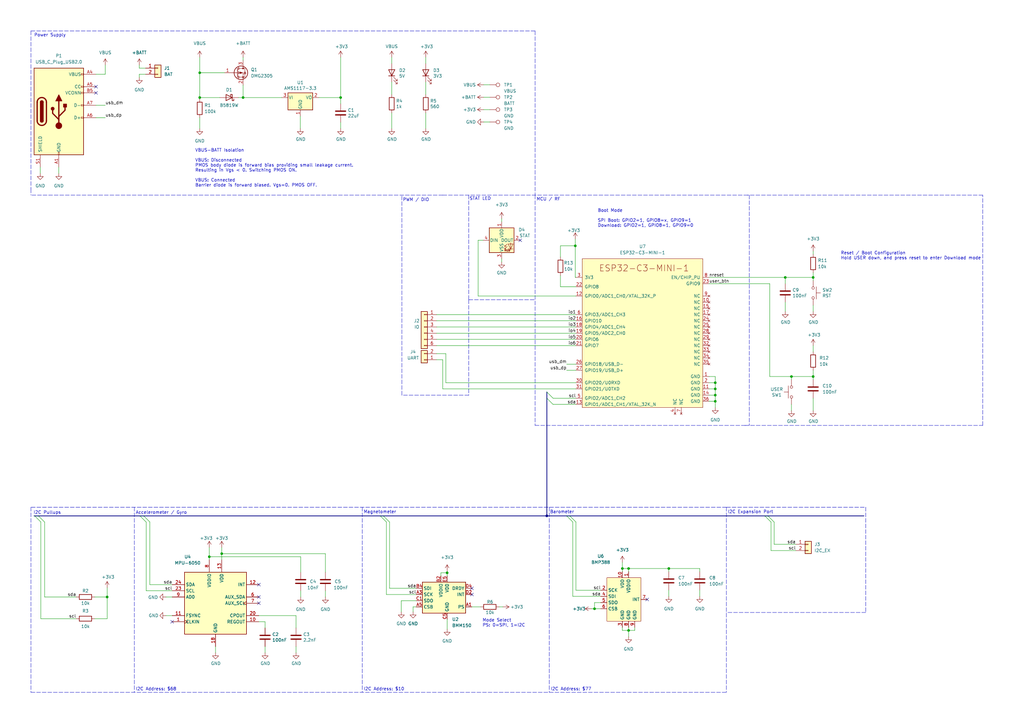
<source format=kicad_sch>
(kicad_sch (version 20211123) (generator eeschema)
  (paper "A3")
  (title_block (title "icarus") (date "2021-10-01") (rev "D") (comment 1 "Icarus Flight Controller") (comment 2 "Author: Natesh Narain"))
  (lib_symbols
    (symbol "Connector:TestPoint" (pin_numbers hide) (pin_names (offset 0.762) hide)
      (property "Reference" "TP" (at 0 6.858 0))
      (property "Value" "TestPoint" (at 0 5.08 0))
      (symbol "TestPoint_1_1"
        (pin passive line (at 0 0 90) (length 2.54) (name "1") (number "1"))
      )
    )
    (symbol "Connector:USB_C_Plug_USB2.0" (pin_names (offset 1.016))
      (property "Reference" "P" (at -10.16 19.05 0))
      (property "Value" "USB_C_Plug_USB2.0" (at 12.7 19.05 0))
      (symbol "USB_C_Plug_USB2.0_1_1"
        (pin passive line (at 0 -22.86 90) (length 5.08) (name "GND") (number "A1"))
        (pin passive line (at 0 -22.86 90) (length 5.08) hide (name "GND") (number "A12"))
        (pin passive line (at 15.24 15.24 180) (length 5.08) (name "VBUS") (number "A4"))
        (pin bidirectional line (at 15.24 10.16 180) (length 5.08) (name "CC") (number "A5"))
        (pin bidirectional line (at 15.24 -2.54 180) (length 5.08) (name "D+") (number "A6"))
        (pin bidirectional line (at 15.24 2.54 180) (length 5.08) (name "D-") (number "A7"))
        (pin passive line (at 15.24 15.24 180) (length 5.08) hide (name "VBUS") (number "A9"))
        (pin passive line (at 0 -22.86 90) (length 5.08) hide (name "GND") (number "B1"))
        (pin passive line (at 0 -22.86 90) (length 5.08) hide (name "GND") (number "B12"))
        (pin passive line (at 15.24 15.24 180) (length 5.08) hide (name "VBUS") (number "B4"))
        (pin bidirectional line (at 15.24 7.62 180) (length 5.08) (name "VCONN") (number "B5"))
        (pin passive line (at 15.24 15.24 180) (length 5.08) hide (name "VBUS") (number "B9"))
        (pin passive line (at -7.62 -22.86 90) (length 5.08) (name "SHIELD") (number "S1"))
      )
    )
    (symbol "Connector_Generic:Conn_01x02" (pin_names (offset 1.016) hide)
      (property "Reference" "J" (at 0 2.54 0))
      (property "Value" "Conn_01x02" (at 0 -5.08 0))
      (symbol "Conn_01x02_1_1"
        (pin passive line (at -5.08 0 0) (length 3.81) (name "Pin_1") (number "1"))
        (pin passive line (at -5.08 -2.54 0) (length 3.81) (name "Pin_2") (number "2"))
      )
    )
    (symbol "Connector_Generic:Conn_01x06" (pin_names (offset 1.016) hide)
      (property "Reference" "J" (at 0 7.62 0))
      (property "Value" "Conn_01x06" (at 0 -10.16 0))
      (symbol "Conn_01x06_1_1"
        (pin passive line (at -5.08 5.08 0) (length 3.81) (name "Pin_1") (number "1"))
        (pin passive line (at -5.08 2.54 0) (length 3.81) (name "Pin_2") (number "2"))
        (pin passive line (at -5.08 0 0) (length 3.81) (name "Pin_3") (number "3"))
        (pin passive line (at -5.08 -2.54 0) (length 3.81) (name "Pin_4") (number "4"))
        (pin passive line (at -5.08 -5.08 0) (length 3.81) (name "Pin_5") (number "5"))
        (pin passive line (at -5.08 -7.62 0) (length 3.81) (name "Pin_6") (number "6"))
      )
    )
    (symbol "Device:C" (pin_numbers hide) (pin_names (offset 0.254))
      (property "Reference" "C" (at 0.635 2.54 0))
      (property "Value" "C" (at 0.635 -2.54 0))
      (symbol "C_1_1"
        (pin passive line (at 0 3.81 270) (length 2.794) (name "~") (number "1"))
        (pin passive line (at 0 -3.81 90) (length 2.794) (name "~") (number "2"))
      )
    )
    (symbol "Device:D_Schottky" (pin_numbers hide) (pin_names (offset 1.016) hide)
      (property "Reference" "D" (at 0 2.54 0))
      (property "Value" "D_Schottky" (at 0 -2.54 0))
      (symbol "D_Schottky_1_1"
        (pin passive line (at -3.81 0 0) (length 2.54) (name "K") (number "1"))
        (pin passive line (at 3.81 0 180) (length 2.54) (name "A") (number "2"))
      )
    )
    (symbol "Device:LED" (pin_numbers hide) (pin_names (offset 1.016) hide)
      (property "Reference" "D" (at 0 2.54 0))
      (property "Value" "LED" (at 0 -2.54 0))
      (symbol "LED_1_1"
        (pin passive line (at -3.81 0 0) (length 2.54) (name "K") (number "1"))
        (pin passive line (at 3.81 0 180) (length 2.54) (name "A") (number "2"))
      )
    )
    (symbol "Device:Q_PMOS_GSD" (pin_names (offset 0) hide)
      (property "Reference" "Q" (at 5.08 1.27 0))
      (property "Value" "Q_PMOS_GSD" (at 5.08 -1.27 0))
      (symbol "Q_PMOS_GSD_1_1"
        (pin input line (at -5.08 0 0) (length 2.54) (name "G") (number "1"))
        (pin passive line (at 2.54 -5.08 90) (length 2.54) (name "S") (number "2"))
        (pin passive line (at 2.54 5.08 270) (length 2.54) (name "D") (number "3"))
      )
    )
    (symbol "Device:R" (pin_numbers hide) (pin_names (offset 0))
      (property "Reference" "R" (at 2.032 0 90))
      (property "Value" "R" (at 0 0 90))
      (symbol "R_1_1"
        (pin passive line (at 0 3.81 270) (length 1.27) (name "~") (number "1"))
        (pin passive line (at 0 -3.81 90) (length 1.27) (name "~") (number "2"))
      )
    )
    (symbol "Espressif:ESP32-C3-MINI-1" (pin_names (offset 1.016))
      (property "Reference" "U7" (at 0.635 36.83 0))
      (property "Value" "ESP32-C3-MINI-1" (at 0.635 34.29 0))
      (symbol "ESP32-C3-MINI-1_0_0"
        (text "ESP32-C3-MINI-1" (at 1.27 27.94 0) (effects (font (size 2.54 2.54))))
      )
      (symbol "ESP32-C3-MINI-1_1_1"
        (pin power_in line (at 27.94 -16.51 180) (length 2.54) (name "GND") (number "1"))
        (pin no_connect line (at 27.94 13.97 180) (length 2.54) (name "NC") (number "10"))
        (pin power_in line (at 27.94 -21.59 180) (length 2.54) (name "GND") (number "11"))
        (pin bidirectional line (at -26.67 16.51 0) (length 2.54) (name "GPIO0/ADC1_CH0/XTAL_32K_P") (number "12"))
        (pin bidirectional line (at -26.67 -27.94 0) (length 2.54) (name "GPIO1/ADC1_CH1/XTAL_32K_N") (number "13"))
        (pin power_in line (at 27.94 -24.13 180) (length 2.54) (name "GND") (number "14"))
        (pin no_connect line (at 27.94 11.43 180) (length 2.54) (name "NC") (number "15"))
        (pin bidirectional line (at -26.67 6.35 0) (length 2.54) (name "GPIO10") (number "16"))
        (pin no_connect line (at 27.94 8.89 180) (length 2.54) (name "NC") (number "17"))
        (pin bidirectional line (at -26.67 3.81 0) (length 2.54) (name "GPIO4/ADC1_CH4") (number "18"))
        (pin bidirectional line (at -26.67 1.27 0) (length 2.54) (name "GPIO5/ADC2_CH0") (number "19"))
        (pin power_in line (at 27.94 -19.05 180) (length 2.54) (name "GND") (number "2"))
        (pin bidirectional line (at -26.67 -1.27 0) (length 2.54) (name "GPIO6") (number "20"))
        (pin bidirectional line (at -26.67 -3.81 0) (length 2.54) (name "GPIO7") (number "21"))
        (pin bidirectional line (at -26.67 20.32 0) (length 2.54) (name "GPIO8") (number "22"))
        (pin bidirectional line (at 27.94 21.59 180) (length 2.54) (name "GPIO9") (number "23"))
        (pin no_connect line (at 27.94 6.35 180) (length 2.54) (name "NC") (number "24"))
        (pin no_connect line (at 27.94 3.81 180) (length 2.54) (name "NC") (number "25"))
        (pin bidirectional line (at -26.67 -11.43 0) (length 2.54) (name "GPIO18/USB_D-") (number "26"))
        (pin bidirectional line (at -26.67 -13.97 0) (length 2.54) (name "GPIO19/USB_D+") (number "27"))
        (pin no_connect line (at 27.94 1.27 180) (length 2.54) (name "NC") (number "28"))
        (pin no_connect line (at 27.94 -1.27 180) (length 2.54) (name "NC") (number "29"))
        (pin power_in line (at -26.67 24.13 0) (length 2.54) (name "3V3") (number "3"))
        (pin bidirectional line (at -26.67 -19.05 0) (length 2.54) (name "GPIO20/U0RXD") (number "30"))
        (pin bidirectional line (at -26.67 -21.59 0) (length 2.54) (name "GPIO21/U0TXD") (number "31"))
        (pin no_connect line (at 27.94 -3.81 180) (length 2.54) (name "NC") (number "32"))
        (pin no_connect line (at 27.94 -6.35 180) (length 2.54) (name "NC") (number "33"))
        (pin no_connect line (at 27.94 -8.89 180) (length 2.54) (name "NC") (number "34"))
        (pin no_connect line (at 27.94 -11.43 180) (length 2.54) (name "NC") (number "35"))
        (pin power_in line (at 27.94 -26.67 180) (length 2.54) (name "GND") (number "36"))
        (pin no_connect line (at 13.97 -31.75 90) (length 2.54) (name "NC") (number "4"))
        (pin bidirectional line (at -26.67 -25.4 0) (length 2.54) (name "GPIO2/ADC1_CH2") (number "5"))
        (pin bidirectional line (at -26.67 8.89 0) (length 2.54) (name "GPIO3/ADC1_CH3") (number "6"))
        (pin no_connect line (at 16.51 -31.75 90) (length 2.54) (name "NC") (number "7"))
        (pin input line (at 27.94 24.13 180) (length 2.54) (name "EN/CHIP_PU") (number "8"))
        (pin no_connect line (at 27.94 16.51 180) (length 2.54) (name "NC") (number "9"))
      )
    )
    (symbol "LED:WS2812B" (pin_names (offset 0.254))
      (property "Reference" "D" (at 5.08 5.715 0))
      (property "Value" "WS2812B" (at 1.27 -5.715 0))
      (symbol "WS2812B_0_0"
        (text "RGB" (at 2.286 -4.191 0) (effects (font (size 0.762 0.762))))
      )
      (symbol "WS2812B_1_1"
        (pin power_in line (at 0 7.62 270) (length 2.54) (name "VDD") (number "1"))
        (pin output line (at 7.62 0 180) (length 2.54) (name "DOUT") (number "2"))
        (pin power_in line (at 0 -7.62 90) (length 2.54) (name "VSS") (number "3"))
        (pin input line (at -7.62 0 0) (length 2.54) (name "DIN") (number "4"))
      )
    )
    (symbol "Regulator_Linear:AMS1117-3.3" (pin_names (offset 0.254))
      (property "Reference" "U" (at -3.81 3.175 0))
      (property "Value" "AMS1117-3.3" (at 0 3.175 0))
      (symbol "AMS1117-3.3_1_1"
        (pin power_in line (at 0 -7.62 90) (length 2.54) (name "GND") (number "1"))
        (pin power_out line (at 7.62 0 180) (length 2.54) (name "VO") (number "2"))
        (pin power_in line (at -7.62 0 0) (length 2.54) (name "VI") (number "3"))
      )
    )
    (symbol "Sensor_Magnetic:BMM150"
      (property "Reference" "U?" (at 2.0194 -10.16 0))
      (property "Value" "BMM150" (at 2.0194 -12.7 0))
      (symbol "BMM150_1_1"
        (pin input line (at 10.16 -5.08 180) (length 2.54) (name "PS") (number "A1"))
        (pin bidirectional line (at -12.7 0 0) (length 2.54) (name "SCK") (number "A3"))
        (pin input line (at -12.7 -5.08 0) (length 2.54) (name "CSB") (number "A5"))
        (pin power_in line (at -2.54 7.62 270) (length 2.54) (name "VDDIO") (number "B2"))
        (pin bidirectional line (at -12.7 2.54 0) (length 2.54) (name "SDI") (number "B4"))
        (pin bidirectional line (at -12.7 -2.54 0) (length 2.54) (name "SDO") (number "C1"))
        (pin power_in line (at 0 -10.16 90) (length 2.54) (name "GND") (number "C5"))
        (pin output line (at 10.16 0 180) (length 2.54) (name "INT") (number "D2"))
        (pin output line (at 10.16 2.54 180) (length 2.54) (name "DRDY") (number "D4"))
        (pin passive line (at 0 -10.16 90) (length 2.54) hide (name "GND") (number "E1"))
        (pin passive line (at 0 -10.16 90) (length 2.54) hide (name "GND") (number "E3"))
        (pin power_in line (at 0 7.62 270) (length 2.54) (name "VDD") (number "E5"))
      )
    )
    (symbol "Sensor_Motion:MPU-6050"
      (property "Reference" "U" (at -11.43 13.97 0))
      (property "Value" "MPU-6050" (at 7.62 -13.97 0))
      (symbol "MPU-6050_1_1"
        (pin input clock (at -17.78 -7.62 0) (length 5.08) (name "CLKIN") (number "1"))
        (pin passive line (at 17.78 -7.62 180) (length 5.08) (name "REGOUT") (number "10"))
        (pin input line (at -17.78 -5.08 0) (length 5.08) (name "FSYNC") (number "11"))
        (pin output line (at 17.78 7.62 180) (length 5.08) (name "INT") (number "12"))
        (pin power_in line (at 2.54 17.78 270) (length 5.08) (name "VDD") (number "13"))
        (pin power_in line (at 0 -17.78 90) (length 5.08) (name "GND") (number "18"))
        (pin passive line (at 17.78 -5.08 180) (length 5.08) (name "CPOUT") (number "20"))
        (pin input line (at -17.78 5.08 0) (length 5.08) (name "SCL") (number "23"))
        (pin bidirectional line (at -17.78 7.62 0) (length 5.08) (name "SDA") (number "24"))
        (pin bidirectional line (at 17.78 2.54 180) (length 5.08) (name "AUX_SDA") (number "6"))
        (pin output clock (at 17.78 0 180) (length 5.08) (name "AUX_SCL") (number "7"))
        (pin power_in line (at -2.54 17.78 270) (length 5.08) (name "VDDIO") (number "8"))
        (pin input line (at -17.78 2.54 0) (length 5.08) (name "AD0") (number "9"))
      )
    )
    (symbol "Switch:SW_Push" (pin_numbers hide) (pin_names (offset 1.016) hide)
      (property "Reference" "SW" (at 1.27 2.54 0))
      (property "Value" "SW_Push" (at 0 -1.524 0))
      (symbol "SW_Push_0_1"
        (pin passive line (at -5.08 0 0) (length 2.54) (name "1") (number "1"))
        (pin passive line (at 5.08 0 180) (length 2.54) (name "2") (number "2"))
      )
    )
    (symbol "power:+3V3" (power) (pin_names (offset 0))
      (property "Value" "+3V3" (at 0 3.556 0))
      (symbol "+3V3_1_1"
        (pin power_in line (at 0 0 90) (length 0) hide (name "+3V3") (number "1"))
      )
    )
    (symbol "power:+BATT" (power) (pin_names (offset 0))
      (property "Value" "+BATT" (at 0 3.556 0))
      (symbol "+BATT_1_1"
        (pin power_in line (at 0 0 90) (length 0) hide (name "+BATT") (number "1"))
      )
    )
    (symbol "power:GND" (power) (pin_names (offset 0))
      (property "Value" "GND" (at 0 -3.81 0))
      (symbol "GND_1_1"
        (pin power_in line (at 0 0 270) (length 0) hide (name "GND") (number "1"))
      )
    )
    (symbol "power:VBUS" (power) (pin_names (offset 0))
      (property "Value" "VBUS" (at 0 3.81 0))
      (symbol "VBUS_1_1"
        (pin power_in line (at 0 0 90) (length 0) hide (name "VBUS") (number "1"))
      )
    )
    (symbol "sensors:BMP388"
      (property "Reference" "U" (at 6.35 3.81 0))
      (property "Value" "BMP388" (at 6.35 1.27 0))
      (symbol "BMP388_1_1"
        (pin power_in line (at 1.27 0 270) (length 2.54) (name "VDDIO") (number "1"))
        (pin power_in line (at -1.27 0 270) (length 2.54) (name "VDD") (number "10"))
        (pin input line (at -10.16 -7.62 0) (length 2.54) (name "SCK") (number "2"))
        (pin power_in line (at -1.27 -22.86 90) (length 2.54) (name "GND") (number "3"))
        (pin bidirectional line (at -10.16 -10.16 0) (length 2.54) (name "SDI") (number "4"))
        (pin input line (at -10.16 -12.7 0) (length 2.54) (name "SDO") (number "5"))
        (pin input line (at -10.16 -15.24 0) (length 2.54) (name "CSB") (number "6"))
        (pin output line (at 8.89 -11.43 180) (length 2.54) (name "INT") (number "7"))
        (pin power_in line (at 1.27 -22.86 90) (length 2.54) (name "GND") (number "8"))
        (pin power_in line (at 3.81 -22.86 90) (length 2.54) (name "GND") (number "9"))
      )
    )
  )
  (junction (at 293.37 159.512))
  (junction (at 224.282 211.582))
  (junction (at 255.27 233.172))
  (junction (at 293.37 164.592))
  (junction (at 43.942 244.856))
  (junction (at 81.915 40.005))
  (junction (at 81.915 29.845))
  (junction (at 139.7 40.005))
  (junction (at 322.072 113.792))
  (junction (at 293.37 156.972))
  (junction (at 257.81 258.572))
  (junction (at 85.852 228.346))
  (junction (at 243.84 249.682))
  (junction (at 293.37 162.052))
  (junction (at 90.932 227.076))
  (junction (at 333.502 154.432))
  (junction (at 235.966 100.838))
  (junction (at 274.32 233.172))
  (junction (at 257.81 233.172))
  (junction (at 324.612 154.432))
  (junction (at 183.388 234.95))
  (junction (at 99.695 40.005))
  (junction (at 333.502 113.792))
  (no_connect (at 193.548 241.3))
  (no_connect (at 70.612 255.016))
  (no_connect (at 106.172 239.776))
  (no_connect (at 106.172 244.856))
  (no_connect (at 265.43 245.872))
  (no_connect (at 213.36 98.552))
  (no_connect (at 39.37 35.56))
  (no_connect (at 39.37 38.1))
  (no_connect (at 106.172 247.396))
  (no_connect (at 193.548 243.84))
  (bus_entry (at 14.224 211.582) (size 2.54 2.54))
  (bus_entry (at 15.748 211.582) (size 2.54 2.54))
  (bus_entry (at 314.96 211.582) (size 2.54 2.54))
  (bus_entry (at 313.69 211.582) (size 2.54 2.54))
  (bus_entry (at 224.282 163.322) (size 2.54 2.54))
  (bus_entry (at 224.282 160.782) (size 2.54 2.54))
  (bus_entry (at 232.41 211.582) (size 2.54 2.54))
  (bus_entry (at 233.68 211.582) (size 2.54 2.54))
  (bus_entry (at 58.928 211.582) (size 2.54 2.54))
  (bus_entry (at 57.404 211.582) (size 2.54 2.54))
  (bus_entry (at 157.226 211.582) (size 2.54 2.54))
  (bus_entry (at 155.956 211.582) (size 2.54 2.54))
  (wire (pts (xy 170.688 248.92) (xy 169.418 248.92)))
  (wire (pts (xy 85.852 224.536) (xy 85.852 228.346)))
  (wire (pts (xy 198.374 39.878) (xy 200.914 39.878)))
  (wire (pts (xy 158.496 243.84) (xy 158.496 214.122)))
  (wire (pts (xy 326.39 225.806) (xy 316.23 225.806)))
  (polyline (pts (xy 403.098 174.498) (xy 403.098 80.01)))
  (polyline (pts (xy 297.942 208.026) (xy 355.092 208.026)))
  (polyline (pts (xy 297.942 208.026) (xy 12.7 208.026)))
  (wire (pts (xy 198.374 44.958) (xy 200.914 44.958)))
  (wire (pts (xy 85.852 228.346) (xy 85.852 229.616)))
  (wire (pts (xy 106.172 255.016) (xy 108.712 255.016)))
  (wire (pts (xy 169.418 248.92) (xy 169.418 250.952)))
  (wire (pts (xy 183.388 234.188) (xy 183.388 234.95)))
  (polyline (pts (xy 297.942 208.026) (xy 297.942 283.972)))
  (wire (pts (xy 229.87 113.03) (xy 229.87 117.602)))
  (polyline (pts (xy 219.456 12.7) (xy 219.456 80.01)))
  (wire (pts (xy 255.27 233.172) (xy 255.27 234.442)))
  (wire (pts (xy 287.02 242.062) (xy 287.02 244.602)))
  (polyline (pts (xy 12.7 12.7) (xy 181.61 12.7)))
  (wire (pts (xy 18.288 244.856) (xy 18.288 214.122)))
  (wire (pts (xy 179.07 139.192) (xy 236.22 139.192)))
  (polyline (pts (xy 148.59 208.026) (xy 148.59 283.972)))
  (wire (pts (xy 243.84 247.142) (xy 246.38 247.142)))
  (wire (pts (xy 236.22 121.412) (xy 196.088 121.412)))
  (wire (pts (xy 130.81 40.005) (xy 139.7 40.005)))
  (wire (pts (xy 174.625 26.035) (xy 174.625 23.495)))
  (wire (pts (xy 287.02 233.172) (xy 274.32 233.172)))
  (wire (pts (xy 81.915 40.005) (xy 81.915 40.64)))
  (wire (pts (xy 180.848 236.22) (xy 180.848 234.95)))
  (wire (pts (xy 243.84 247.142) (xy 243.84 249.682)))
  (wire (pts (xy 324.612 155.702) (xy 324.612 154.432)))
  (polyline (pts (xy 307.34 80.01) (xy 307.34 174.498)))
  (wire (pts (xy 333.502 125.222) (xy 333.502 127.762)))
  (polyline (pts (xy 219.456 80.01) (xy 219.456 174.498)))
  (wire (pts (xy 324.612 165.862) (xy 324.612 168.402)))
  (wire (pts (xy 236.22 242.062) (xy 246.38 242.062)))
  (wire (pts (xy 174.625 46.355) (xy 174.625 52.705)))
  (polyline (pts (xy 181.61 80.01) (xy 12.7 80.01)))
  (polyline (pts (xy 355.092 251.206) (xy 297.942 251.206)))
  (wire (pts (xy 70.612 239.776) (xy 61.468 239.776)))
  (wire (pts (xy 326.39 223.266) (xy 317.5 223.266)))
  (wire (pts (xy 39.37 48.26) (xy 43.18 48.26)))
  (wire (pts (xy 234.95 214.122) (xy 234.95 244.602)))
  (bus (pts (xy 224.282 163.322) (xy 224.282 211.582)))
  (wire (pts (xy 333.502 113.792) (xy 333.502 115.062)))
  (wire (pts (xy 81.915 23.495) (xy 81.915 29.845)))
  (bus (pts (xy 155.956 211.582) (xy 157.226 211.582)))
  (wire (pts (xy 290.83 113.792) (xy 322.072 113.792)))
  (wire (pts (xy 70.612 244.856) (xy 68.072 244.856)))
  (wire (pts (xy 180.848 234.95) (xy 183.388 234.95)))
  (wire (pts (xy 139.7 50.165) (xy 139.7 52.705)))
  (wire (pts (xy 333.502 141.732) (xy 333.502 144.272)))
  (wire (pts (xy 181.61 159.512) (xy 236.22 159.512)))
  (wire (pts (xy 198.374 34.798) (xy 200.914 34.798)))
  (polyline (pts (xy 307.848 174.498) (xy 403.098 174.498)))
  (polyline (pts (xy 192.278 122.936) (xy 192.278 162.052)))
  (wire (pts (xy 39.37 30.48) (xy 43.18 30.48)))
  (wire (pts (xy 315.722 154.432) (xy 324.612 154.432)))
  (wire (pts (xy 24.13 68.58) (xy 24.13 71.12)))
  (wire (pts (xy 243.84 249.682) (xy 246.38 249.682)))
  (wire (pts (xy 159.766 241.3) (xy 159.766 214.122)))
  (wire (pts (xy 257.81 258.572) (xy 257.81 261.112)))
  (polyline (pts (xy 181.61 80.01) (xy 273.05 80.01)))
  (wire (pts (xy 205.74 89.662) (xy 205.74 90.932)))
  (wire (pts (xy 61.468 239.776) (xy 61.468 214.122)))
  (wire (pts (xy 183.388 254) (xy 183.388 258.064)))
  (wire (pts (xy 99.695 34.925) (xy 99.695 40.005)))
  (wire (pts (xy 170.688 241.3) (xy 159.766 241.3)))
  (wire (pts (xy 274.32 234.442) (xy 274.32 233.172)))
  (wire (pts (xy 179.07 147.574) (xy 181.61 147.574)))
  (wire (pts (xy 290.83 154.432) (xy 293.37 154.432)))
  (wire (pts (xy 274.32 242.062) (xy 274.32 244.602)))
  (bus (pts (xy 15.748 211.582) (xy 57.404 211.582)))
  (wire (pts (xy 293.37 154.432) (xy 293.37 156.972)))
  (wire (pts (xy 133.477 227.076) (xy 90.932 227.076)))
  (wire (pts (xy 16.764 253.746) (xy 31.242 253.746)))
  (wire (pts (xy 236.22 113.792) (xy 235.966 113.792)))
  (wire (pts (xy 290.83 116.332) (xy 315.722 116.332)))
  (wire (pts (xy 293.37 164.592) (xy 293.37 167.132)))
  (wire (pts (xy 164.592 246.38) (xy 164.592 250.952)))
  (wire (pts (xy 198.374 50.038) (xy 200.914 50.038)))
  (polyline (pts (xy 306.705 80.01) (xy 273.05 80.01)))
  (wire (pts (xy 204.724 248.92) (xy 206.248 248.92)))
  (wire (pts (xy 236.22 214.122) (xy 236.22 242.062)))
  (wire (pts (xy 274.32 233.172) (xy 257.81 233.172)))
  (wire (pts (xy 57.15 30.48) (xy 57.15 31.75)))
  (bus (pts (xy 313.69 211.582) (xy 314.96 211.582)))
  (wire (pts (xy 133.477 234.696) (xy 133.477 227.076)))
  (wire (pts (xy 260.35 257.302) (xy 260.35 258.572)))
  (polyline (pts (xy 219.456 174.498) (xy 306.324 174.498)))
  (wire (pts (xy 160.655 38.735) (xy 160.655 33.655)))
  (wire (pts (xy 179.07 129.032) (xy 236.22 129.032)))
  (wire (pts (xy 57.15 27.94) (xy 59.69 27.94)))
  (polyline (pts (xy 225.298 208.026) (xy 225.298 283.972)))
  (polyline (pts (xy 355.092 208.026) (xy 355.092 251.206)))
  (wire (pts (xy 97.79 40.005) (xy 99.695 40.005)))
  (polyline (pts (xy 305.562 174.498) (xy 307.848 174.498)))
  (wire (pts (xy 293.37 162.052) (xy 293.37 164.592)))
  (wire (pts (xy 123.317 228.346) (xy 85.852 228.346)))
  (polyline (pts (xy 12.7 12.7) (xy 12.7 77.47)))
  (wire (pts (xy 315.722 116.332) (xy 315.722 154.432)))
  (wire (pts (xy 182.88 145.034) (xy 179.07 145.034)))
  (wire (pts (xy 255.27 257.302) (xy 255.27 258.572)))
  (bus (pts (xy 57.404 211.582) (xy 58.928 211.582)))
  (wire (pts (xy 88.392 267.716) (xy 88.392 265.176)))
  (wire (pts (xy 290.83 164.592) (xy 293.37 164.592)))
  (wire (pts (xy 293.37 159.512) (xy 293.37 162.052)))
  (wire (pts (xy 255.27 230.632) (xy 255.27 233.172)))
  (polyline (pts (xy 55.118 208.026) (xy 55.118 283.972)))
  (wire (pts (xy 236.22 156.972) (xy 182.88 156.972)))
  (wire (pts (xy 18.288 244.856) (xy 31.242 244.856)))
  (wire (pts (xy 174.625 38.735) (xy 174.625 33.655)))
  (wire (pts (xy 68.072 252.476) (xy 70.612 252.476)))
  (wire (pts (xy 38.862 244.856) (xy 43.942 244.856)))
  (wire (pts (xy 170.688 243.84) (xy 158.496 243.84)))
  (wire (pts (xy 90.932 224.536) (xy 90.932 227.076)))
  (polyline (pts (xy 12.7 208.026) (xy 12.7 283.972)))
  (wire (pts (xy 322.072 113.792) (xy 333.502 113.792)))
  (polyline (pts (xy 403.098 80.01) (xy 306.578 80.01)))
  (wire (pts (xy 293.37 156.972) (xy 293.37 159.512)))
  (wire (pts (xy 182.88 156.972) (xy 182.88 145.034)))
  (wire (pts (xy 333.502 154.432) (xy 333.502 155.702)))
  (wire (pts (xy 16.764 253.746) (xy 16.764 214.122)))
  (wire (pts (xy 43.18 26.67) (xy 43.18 30.48)))
  (polyline (pts (xy 192.278 122.936) (xy 219.456 122.936)))
  (wire (pts (xy 316.23 225.806) (xy 316.23 214.122)))
  (polyline (pts (xy 12.7 77.47) (xy 12.7 80.01)))
  (wire (pts (xy 183.388 234.95) (xy 183.388 236.22)))
  (wire (pts (xy 287.02 234.442) (xy 287.02 233.172)))
  (polyline (pts (xy 192.278 162.052) (xy 164.846 162.052)))
  (bus (pts (xy 13.97 211.582) (xy 14.224 211.582)))
  (wire (pts (xy 333.502 111.887) (xy 333.502 113.792)))
  (polyline (pts (xy 219.456 12.7) (xy 181.61 12.7)))
  (wire (pts (xy 255.27 258.572) (xy 257.81 258.572)))
  (wire (pts (xy 99.695 40.005) (xy 115.57 40.005)))
  (wire (pts (xy 139.7 23.495) (xy 139.7 40.005)))
  (wire (pts (xy 322.072 127.762) (xy 322.072 123.952)))
  (polyline (pts (xy 192.278 80.01) (xy 192.278 122.936)))
  (wire (pts (xy 229.87 105.41) (xy 229.87 100.838)))
  (wire (pts (xy 43.942 244.856) (xy 43.942 241.046)))
  (wire (pts (xy 196.088 121.412) (xy 196.088 98.552)))
  (wire (pts (xy 179.07 134.112) (xy 236.22 134.112)))
  (wire (pts (xy 16.51 68.58) (xy 16.51 71.12)))
  (bus (pts (xy 157.226 211.582) (xy 224.282 211.582)))
  (wire (pts (xy 181.61 147.574) (xy 181.61 159.512)))
  (bus (pts (xy 314.96 211.582) (xy 354.33 211.582)))
  (wire (pts (xy 290.83 159.512) (xy 293.37 159.512)))
  (wire (pts (xy 226.822 165.862) (xy 236.22 165.862)))
  (wire (pts (xy 333.502 163.322) (xy 333.502 168.402)))
  (wire (pts (xy 235.966 98.044) (xy 235.966 100.838)))
  (wire (pts (xy 81.915 29.845) (xy 92.075 29.845)))
  (wire (pts (xy 234.95 244.602) (xy 246.38 244.602)))
  (wire (pts (xy 242.57 249.682) (xy 243.84 249.682)))
  (wire (pts (xy 108.712 255.016) (xy 108.712 257.556)))
  (wire (pts (xy 123.317 234.696) (xy 123.317 228.346)))
  (wire (pts (xy 179.07 131.572) (xy 236.22 131.572)))
  (wire (pts (xy 179.07 136.652) (xy 236.22 136.652)))
  (wire (pts (xy 81.915 40.005) (xy 90.17 40.005)))
  (wire (pts (xy 322.072 116.332) (xy 322.072 113.792)))
  (wire (pts (xy 193.548 248.92) (xy 197.104 248.92)))
  (wire (pts (xy 121.412 252.476) (xy 106.172 252.476)))
  (wire (pts (xy 170.688 246.38) (xy 164.592 246.38)))
  (wire (pts (xy 43.942 253.746) (xy 43.942 244.856)))
  (polyline (pts (xy 12.7 283.972) (xy 297.942 283.972)))
  (wire (pts (xy 260.35 258.572) (xy 257.81 258.572)))
  (wire (pts (xy 38.862 253.746) (xy 43.942 253.746)))
  (wire (pts (xy 226.822 163.322) (xy 236.22 163.322)))
  (wire (pts (xy 99.695 23.495) (xy 99.695 24.765)))
  (wire (pts (xy 121.412 252.476) (xy 121.412 257.556)))
  (wire (pts (xy 232.41 149.352) (xy 236.22 149.352)))
  (wire (pts (xy 317.5 223.266) (xy 317.5 214.122)))
  (bus (pts (xy 224.282 211.582) (xy 232.41 211.582)))
  (wire (pts (xy 39.37 43.18) (xy 43.18 43.18)))
  (wire (pts (xy 123.19 47.625) (xy 123.19 52.705)))
  (wire (pts (xy 229.87 100.838) (xy 235.966 100.838)))
  (wire (pts (xy 235.966 100.838) (xy 235.966 113.792)))
  (wire (pts (xy 324.612 154.432) (xy 333.502 154.432)))
  (wire (pts (xy 57.15 26.67) (xy 57.15 27.94)))
  (bus (pts (xy 14.224 211.582) (xy 15.748 211.582)))
  (wire (pts (xy 139.7 40.005) (xy 139.7 42.545)))
  (wire (pts (xy 59.944 242.316) (xy 59.944 214.122)))
  (bus (pts (xy 58.928 211.582) (xy 155.956 211.582)))
  (wire (pts (xy 160.655 46.355) (xy 160.655 52.705)))
  (wire (pts (xy 179.07 141.732) (xy 236.22 141.732)))
  (wire (pts (xy 160.655 26.035) (xy 160.655 23.495)))
  (wire (pts (xy 90.932 227.076) (xy 90.932 229.616)))
  (wire (pts (xy 290.83 162.052) (xy 293.37 162.052)))
  (wire (pts (xy 196.088 98.552) (xy 198.12 98.552)))
  (wire (pts (xy 81.915 29.845) (xy 81.915 40.005)))
  (wire (pts (xy 59.944 242.316) (xy 70.612 242.316)))
  (wire (pts (xy 108.712 265.176) (xy 108.712 267.716)))
  (bus (pts (xy 233.68 211.582) (xy 313.69 211.582)))
  (wire (pts (xy 123.317 244.856) (xy 123.317 242.316)))
  (wire (pts (xy 257.81 257.302) (xy 257.81 258.572)))
  (wire (pts (xy 333.502 102.997) (xy 333.502 104.267)))
  (wire (pts (xy 290.83 156.972) (xy 293.37 156.972)))
  (wire (pts (xy 81.915 48.26) (xy 81.915 52.705)))
  (wire (pts (xy 257.81 234.442) (xy 257.81 233.172)))
  (polyline (pts (xy 164.846 162.052) (xy 164.846 80.01)))
  (wire (pts (xy 205.74 106.172) (xy 205.74 107.442)))
  (bus (pts (xy 224.282 160.782) (xy 224.282 163.322)))
  (bus (pts (xy 232.41 211.582) (xy 233.68 211.582)))
  (wire (pts (xy 133.477 244.856) (xy 133.477 242.316)))
  (wire (pts (xy 255.27 233.172) (xy 257.81 233.172)))
  (wire (pts (xy 121.412 265.176) (xy 121.412 267.716)))
  (wire (pts (xy 333.502 151.892) (xy 333.502 154.432)))
  (wire (pts (xy 236.22 117.602) (xy 229.87 117.602)))
  (wire (pts (xy 59.69 30.48) (xy 57.15 30.48)))
  (wire (pts (xy 232.41 151.892) (xy 236.22 151.892)))
  (text "I2C Address: $77" (at 242.57 283.464 180) (effects (font (size 1.27 1.27)) (justify right bottom)))
  (text "STAT LED" (at 192.532 82.296 0) (effects (font (size 1.27 1.27)) (justify left bottom)))
  (text "Barometer" (at 225.552 210.82 0) (effects (font (size 1.27 1.27)) (justify left bottom)))
  (text "I2C Address: $68" (at 72.39 283.464 180) (effects (font (size 1.27 1.27)) (justify right bottom)))
  (text "Boot Mode\n\nSPI Boot: GPIO2=1, GPIO8=x, GPIO9=1\nDownload: GPIO2=1, GPIO8=1, GPIO9=0" (at 245.11 93.345 0) (effects (font (size 1.27 1.27)) (justify left bottom)))
  (text "I2C Address: $10" (at 165.862 283.464 180) (effects (font (size 1.27 1.27)) (justify right bottom)))
  (text "I2C Pullups" (at 13.716 211.074 0) (effects (font (size 1.27 1.27)) (justify left bottom)))
  (text "VBUS-BATT Isolation\n\nVBUS: Disconnected\nPMOS body diode is forward bias providing small leakage current.\nResulting in Vgs < 0. Switching PMOS ON.\n\nVBUS: Connected\nBarrier diode is forward biased. Vgs=0. PMOS OFF." (at 80.01 76.835 0) (effects (font (size 1.27 1.27)) (justify left bottom)))
  (text "PWM / DIO" (at 176.022 82.804 180) (effects (font (size 1.27 1.27)) (justify right bottom)))
  (text "Accelerometer / Gyro" (at 55.626 211.074 0) (effects (font (size 1.27 1.27)) (justify left bottom)))
  (text "Mode Select\nPS: 0=SPI, 1=I2C" (at 197.866 257.302 0) (effects (font (size 1.27 1.27)) (justify left bottom)))
  (text "Magnetometer" (at 149.098 210.82 0) (effects (font (size 1.27 1.27)) (justify left bottom)))
  (text "Reset / Boot Configuration\nHold USER down, and press reset to enter Download mode" (at 344.805 106.68 0) (effects (font (size 1.27 1.27)) (justify left bottom)))
  (text "Power Supply\n" (at 13.97 15.24 0) (effects (font (size 1.27 1.27)) (justify left bottom)))
  (text "MCU / RF" (at 229.87 82.55 180) (effects (font (size 1.27 1.27)) (justify right bottom)))
  (text "I2C Expansion Port" (at 298.45 210.82 0) (effects (font (size 1.27 1.27)) (justify left bottom)))
  (label "scl" (at 170.688 243.84 180))
  (label "io4" (at 236.22 136.652 180))
  (label "usb_dp" (at 232.41 151.892 180))
  (label "scl" (at 326.39 225.806 180))
  (label "scl" (at 31.242 253.746 180))
  (label "io6" (at 236.22 141.732 180))
  (label "io3" (at 236.22 134.112 180))
  (label "usb_dm" (at 232.41 149.352 180))
  (label "usb_dm" (at 43.18 43.18 0))
  (label "io5" (at 236.22 139.192 180))
  (label "sda" (at 236.22 165.862 180))
  (label "sda" (at 31.242 244.856 180))
  (label "usb_dp" (at 43.18 48.26 0))
  (label "io2" (at 236.22 131.572 180))
  (label "scl" (at 70.612 242.316 180))
  (label "nreset" (at 290.83 113.792 0))
  (label "sda" (at 170.688 241.3 180))
  (label "user_btn" (at 290.83 116.332 0))
  (label "scl" (at 246.38 242.062 180))
  (label "scl" (at 236.22 163.322 180))
  (label "io1" (at 236.22 129.032 180))
  (label "sda" (at 326.39 223.266 180))
  (label "sda" (at 70.612 239.776 180))
  (label "sda" (at 246.38 244.602 180))
  (symbol (lib_id "Device:C") (at 322.072 120.142 0) (unit 1)
    (property "Reference" "C9" (at 324.993 118.9736 0) (effects (justify left)))
    (property "Value" "100nF" (at 324.993 121.285 0) (effects (justify left)))
    (property "Footprint" "Capacitor_SMD:C_0402_1005Metric" (effects hide))
    (property "Datasheet" "https://datasheet.lcsc.com/lcsc/1810191216_Samsung-Electro-Mechanics-CL21B104KCFNNNE_C28233.pdf" (effects hide))
    (property "LCSC" "C307331" (effects hide))
  )
  (symbol (lib_id "power:+3V3") (at 139.7 23.495 0) (unit 1)
    (property "Reference" "#PWR019" (effects hide))
    (property "Value" "+3V3" (at 140.081 19.1008 0))
  )
  (symbol (lib_id "power:GND") (at 322.072 127.762 0) (unit 1)
    (property "Reference" "#PWR059" (effects hide))
    (property "Value" "GND" (at 322.199 132.1562 0))
  )
  (symbol (lib_id "Device:LED") (at 160.655 29.845 90) (unit 1)
    (property "Reference" "D2" (at 163.6522 28.8544 90) (effects (justify right)))
    (property "Value" "5V" (at 163.6522 31.1658 90) (effects (justify right)))
    (property "Footprint" "LED_SMD:LED_0805_2012Metric" (effects hide))
    (property "Datasheet" "https://datasheet.lcsc.com/lcsc/1912111437_Yongyu-Photoelectric-SZYY0805G_C434432.pdf" (effects hide))
    (property "LCSC" "C434432" (effects hide))
  )
  (symbol (lib_id "Device:R") (at 160.655 42.545 0) (unit 1)
    (property "Reference" "R4" (at 162.433 41.3766 0) (effects (justify left)))
    (property "Value" "1k" (at 162.433 43.688 0) (effects (justify left)))
    (property "Footprint" "Resistor_SMD:R_0402_1005Metric" (effects hide))
    (property "Datasheet" "https://datasheet.lcsc.com/lcsc/2110251830_UNI-ROYAL-Uniroyal-Elec-0805W8F2000T5E_C17540.pdf" (effects hide))
    (property "LCSC" "C25543" (effects hide))
  )
  (symbol (lib_id "power:GND") (at 160.655 52.705 0) (unit 1)
    (property "Reference" "#PWR028" (effects hide))
    (property "Value" "GND" (at 160.782 57.0992 0))
  )
  (symbol (lib_id "Sensor_Motion:MPU-6050") (at 88.392 247.396 0) (unit 1)
    (property "Reference" "U4" (at 76.962 228.346 0))
    (property "Value" "MPU-6050" (at 76.962 230.886 0))
    (property "Footprint" "Sensor_Motion:InvenSense_QFN-24_4x4mm_P0.5mm" (effects hide))
    (property "Datasheet" "https://invensense.tdk.com/wp-content/uploads/2015/02/MPU-6000-Datasheet1.pdf" (effects hide))
    (property "LCSC" "C24112" (effects hide))
  )
  (symbol (lib_id "power:+3V3") (at 85.852 224.536 0) (unit 1)
    (property "Reference" "#PWR025" (effects hide))
    (property "Value" "+3V3" (at 84.582 220.726 0))
  )
  (symbol (lib_id "power:GND") (at 88.392 267.716 0) (unit 1)
    (property "Reference" "#PWR026" (effects hide))
    (property "Value" "GND" (at 88.519 272.1102 0))
  )
  (symbol (lib_id "power:GND") (at 333.502 168.402 0) (unit 1)
    (property "Reference" "#PWR064" (effects hide))
    (property "Value" "GND" (at 333.629 172.7962 0))
  )
  (symbol (lib_id "Switch:SW_Push") (at 324.612 160.782 90) (unit 1)
    (property "Reference" "SW1" (at 318.5795 161.9885 90))
    (property "Value" "USER" (at 318.5795 159.6771 90))
    (property "Footprint" "tactile_switches:TS-1088-AR02016" (effects hide))
    (property "Datasheet" "https://datasheet.lcsc.com/lcsc/2008221234_XUNPU-TS-1088-AR02016_C720477.pdf" (effects hide))
    (property "LCSC" "C720477" (effects hide))
  )
  (symbol (lib_id "Device:C") (at 121.412 261.366 0) (unit 1)
    (property "Reference" "C3" (at 124.333 260.1976 0) (effects (justify left)))
    (property "Value" "2.2nF" (at 124.333 262.509 0) (effects (justify left)))
    (property "Footprint" "Capacitor_SMD:C_0402_1005Metric" (effects hide))
    (property "Datasheet" "https://datasheet.lcsc.com/lcsc/1810191215_Samsung-Electro-Mechanics-CL21C222JBFNNNE_C28260.pdf" (effects hide))
    (property "LCSC" "C1531" (effects hide))
  )
  (symbol (lib_id "Device:C") (at 108.712 261.366 0) (unit 1)
    (property "Reference" "C2" (at 111.633 260.1976 0) (effects (justify left)))
    (property "Value" "100nF" (at 111.633 262.509 0) (effects (justify left)))
    (property "Footprint" "Capacitor_SMD:C_0402_1005Metric" (effects hide))
    (property "Datasheet" "https://datasheet.lcsc.com/lcsc/1810191216_Samsung-Electro-Mechanics-CL21B104KCFNNNE_C28233.pdf" (effects hide))
    (property "LCSC" "C307331" (effects hide))
  )
  (symbol (lib_id "power:+3V3") (at 333.502 141.732 0) (unit 1)
    (property "Reference" "#PWR063" (effects hide))
    (property "Value" "+3V3" (at 333.883 137.3378 0))
  )
  (symbol (lib_id "power:GND") (at 108.712 267.716 0) (unit 1)
    (property "Reference" "#PWR032" (effects hide))
    (property "Value" "GND" (at 108.839 272.1102 0))
  )
  (symbol (lib_id "power:GND") (at 121.412 267.716 0) (unit 1)
    (property "Reference" "#PWR035" (effects hide))
    (property "Value" "GND" (at 121.539 272.1102 0))
  )
  (symbol (lib_id "power:GND") (at 333.502 127.762 0) (unit 1)
    (property "Reference" "#PWR062" (effects hide))
    (property "Value" "GND" (at 333.629 132.1562 0))
  )
  (symbol (lib_id "Switch:SW_Push") (at 333.502 120.142 270) (unit 1)
    (property "Reference" "SW2" (at 337.2612 118.9736 90) (effects (justify left)))
    (property "Value" "RST" (at 337.2612 121.285 90) (effects (justify left)))
    (property "Footprint" "tactile_switches:TS-1088-AR02016" (effects hide))
    (property "Datasheet" "https://datasheet.lcsc.com/lcsc/2008221234_XUNPU-TS-1088-AR02016_C720477.pdf" (effects hide))
    (property "LCSC" "C720477" (effects hide))
  )
  (symbol (lib_id "power:+3V3") (at 90.932 224.536 0) (unit 1)
    (property "Reference" "#PWR029" (effects hide))
    (property "Value" "+3V3" (at 90.932 220.726 0))
  )
  (symbol (lib_id "Device:C") (at 123.317 238.506 180) (unit 1)
    (property "Reference" "C4" (at 128.397 238.506 0))
    (property "Value" "10nF" (at 128.397 241.046 0))
    (property "Footprint" "Capacitor_SMD:C_0402_1005Metric" (effects hide))
    (property "Datasheet" "https://datasheet.lcsc.com/lcsc/1811151136_Samsung-Electro-Mechanics-CL21B103KBANNNC_C1710.pdf" (effects hide))
    (property "LCSC" "C15195" (effects hide))
  )
  (symbol (lib_id "power:GND") (at 123.317 244.856 0) (unit 1)
    (property "Reference" "#PWR036" (effects hide))
    (property "Value" "GND" (at 123.317 249.936 0))
  )
  (symbol (lib_id "Device:C") (at 133.477 238.506 180) (unit 1)
    (property "Reference" "C5" (at 138.557 238.506 0))
    (property "Value" "100nF" (at 139.827 241.046 0))
    (property "Footprint" "Capacitor_SMD:C_0402_1005Metric" (effects hide))
    (property "Datasheet" "https://datasheet.lcsc.com/lcsc/1810191216_Samsung-Electro-Mechanics-CL21B104KCFNNNE_C28233.pdf" (effects hide))
    (property "LCSC" "C307331" (effects hide))
  )
  (symbol (lib_id "power:GND") (at 133.477 244.856 0) (unit 1)
    (property "Reference" "#PWR037" (effects hide))
    (property "Value" "GND" (at 133.477 249.936 0))
  )
  (symbol (lib_id "Regulator_Linear:AMS1117-3.3") (at 123.19 40.005 0) (unit 1)
    (property "Reference" "U1" (at 123.19 33.8582 0))
    (property "Value" "AMS1117-3.3" (at 123.19 36.1696 0))
    (property "Footprint" "Package_TO_SOT_SMD:SOT-223-3_TabPin2" (effects hide))
    (property "Datasheet" "http://www.advanced-monolithic.com/pdf/ds1117.pdf" (effects hide))
    (property "LCSC" "C6186" (effects hide))
  )
  (symbol (lib_id "Device:C") (at 139.7 46.355 0) (unit 1)
    (property "Reference" "C1" (at 142.621 45.1866 0) (effects (justify left)))
    (property "Value" "22uF" (at 142.621 47.498 0) (effects (justify left)))
    (property "Footprint" "Capacitor_Tantalum_SMD:CP_EIA-3216-18_Kemet-A" (effects hide))
    (property "Datasheet" "https://datasheet.lcsc.com/lcsc/1809281513_KEMET-T491A226K010AT_C116575.pdf" (effects hide))
    (property "LCSC" "C116575" (effects hide))
  )
  (symbol (lib_id "power:GND") (at 123.19 52.705 0) (unit 1)
    (property "Reference" "#PWR014" (effects hide))
    (property "Value" "GND" (at 123.317 57.0992 0))
  )
  (symbol (lib_id "power:GND") (at 139.7 52.705 0) (unit 1)
    (property "Reference" "#PWR020" (effects hide))
    (property "Value" "GND" (at 139.827 57.0992 0))
  )
  (symbol (lib_id "power:+3V3") (at 43.942 241.046 0) (unit 1)
    (property "Reference" "#PWR013" (effects hide))
    (property "Value" "+3V3" (at 44.323 236.6518 0))
  )
  (symbol (lib_id "power:GND") (at 68.072 252.476 270) (unit 1)
    (property "Reference" "#PWR022" (effects hide))
    (property "Value" "GND" (at 62.992 252.476 90))
  )
  (symbol (lib_id "power:GND") (at 68.072 244.856 270) (unit 1)
    (property "Reference" "#PWR021" (effects hide))
    (property "Value" "GND" (at 64.8208 244.983 90) (effects (justify right)))
  )
  (symbol (lib_id "Device:R") (at 81.915 44.45 0) (unit 1)
    (property "Reference" "R1" (at 83.82 43.1799 0) (effects (justify left)))
    (property "Value" "100k" (at 83.82 45.7199 0) (effects (justify left)))
    (property "Footprint" "Resistor_SMD:R_0402_1005Metric" (effects hide))
    (property "LCSC" "C25741" (effects hide))
  )
  (symbol (lib_id "Connector_Generic:Conn_01x02") (at 173.99 147.574 180) (unit 1)
    (property "Reference" "J4" (at 169.418 144.272 0))
    (property "Value" "UART" (at 169.418 146.812 0))
    (property "Footprint" "Connector_PinHeader_2.54mm:PinHeader_1x02_P2.54mm_Vertical" (effects hide))
  )
  (symbol (lib_id "power:+3V3") (at 205.74 89.662 0) (unit 1)
    (property "Reference" "#PWR042" (effects hide))
    (property "Value" "+3V3" (at 205.74 83.947 0))
  )
  (symbol (lib_id "power:GND") (at 57.15 31.75 0) (unit 1)
    (property "Reference" "#PWR05" (effects hide))
    (property "Value" "GND" (at 57.15 36.83 0))
  )
  (symbol (lib_id "power:GND") (at 293.37 167.132 0) (unit 1)
    (property "Reference" "#PWR054" (effects hide))
    (property "Value" "GND" (at 293.37 172.212 0))
  )
  (symbol (lib_id "Connector_Generic:Conn_01x02") (at 64.77 27.94 0) (unit 1)
    (property "Reference" "J1" (at 67.31 27.9399 0) (effects (justify left)))
    (property "Value" "BAT" (at 67.31 30.4799 0) (effects (justify left)))
    (property "Footprint" "Connector_PinHeader_2.54mm:PinHeader_1x02_P2.54mm_Vertical" (effects hide))
  )
  (symbol (lib_id "power:GND") (at 205.74 107.442 0) (unit 1)
    (property "Reference" "#PWR043" (effects hide))
    (property "Value" "GND" (at 205.74 111.887 0))
  )
  (symbol (lib_id "power:GND") (at 174.625 52.705 0) (unit 1)
    (property "Reference" "#PWR031" (effects hide))
    (property "Value" "GND" (at 174.752 57.0992 0))
  )
  (symbol (lib_id "power:VBUS") (at 43.18 26.67 0) (unit 1)
    (property "Reference" "#PWR03" (effects hide))
    (property "Value" "VBUS" (at 43.18 21.59 0))
  )
  (symbol (lib_id "power:VBUS") (at 81.915 23.495 0) (unit 1)
    (property "Reference" "#PWR08" (effects hide))
    (property "Value" "VBUS" (at 81.915 17.78 0))
  )
  (symbol (lib_id "Device:R") (at 333.502 148.082 0) (unit 1)
    (property "Reference" "R12" (at 336.042 146.8119 0) (effects (justify left)))
    (property "Value" "10k" (at 336.042 149.3519 0) (effects (justify left)))
    (property "Footprint" "Resistor_SMD:R_0402_1005Metric" (effects hide))
    (property "LCSC" "C25744" (effects hide))
  )
  (symbol (lib_id "Device:Q_PMOS_GSD") (at 97.155 29.845 0) (unit 1)
    (property "Reference" "Q1" (at 102.87 28.5749 0) (effects (justify left)))
    (property "Value" "DMG2305" (at 102.87 31.1149 0) (effects (justify left)))
    (property "Footprint" "Package_TO_SOT_SMD:SOT-23" (effects hide))
    (property "Datasheet" "https://datasheet.lcsc.com/lcsc/1811012320_Diodes-Incorporated-DMG2305UX-7_C150470.pdf" (effects hide))
    (property "LCSC" "C150470" (effects hide))
  )
  (symbol (lib_id "Device:D_Schottky") (at 93.98 40.005 180) (unit 1)
    (property "Reference" "D1" (at 93.98 36.83 0))
    (property "Value" "B5819W" (at 93.98 43.18 0))
    (property "Footprint" "Diode_SMD:D_SOD-123" (effects hide))
    (property "Datasheet" "https://datasheet.lcsc.com/lcsc/1809140216_Jiangsu-Changjing-Electronics-Technology-Co---Ltd--B5819W-SL_C8598.pdf" (effects hide))
    (property "LCSC" "C8598" (effects hide))
  )
  (symbol (lib_id "power:+BATT") (at 99.695 23.495 0) (unit 1)
    (property "Reference" "#PWR011" (effects hide))
    (property "Value" "+BATT" (at 99.695 17.78 0))
  )
  (symbol (lib_id "power:GND") (at 164.592 250.952 0) (unit 1)
    (property "Reference" "#PWR06" (effects hide))
    (property "Value" "GND" (at 164.592 255.778 0))
  )
  (symbol (lib_id "Connector_Generic:Conn_01x02") (at 331.47 223.266 0) (unit 1)
    (property "Reference" "J3" (at 334.01 223.2659 0) (effects (justify left)))
    (property "Value" "I2C_EX" (at 334.01 225.8059 0) (effects (justify left)))
    (property "Footprint" "Connector_PinHeader_2.54mm:PinHeader_1x02_P2.54mm_Vertical" (effects hide))
  )
  (symbol (lib_id "Espressif:ESP32-C3-MINI-1") (at 262.89 137.922 0) (unit 1)
    (property "Reference" "U7" (at 263.525 101.092 0))
    (property "Value" "ESP32-C3-MINI-1" (at 263.525 103.632 0))
    (property "Footprint" "Espressif:ESP32-C3-MINI-1" (effects hide))
    (property "Datasheet" "https://www.espressif.com/sites/default/files/documentation/esp32-c3-mini-1_datasheet_en.pdf" (effects hide))
    (property "LCSC" "C2838502" (effects hide))
  )
  (symbol (lib_id "Device:R") (at 174.625 42.545 0) (unit 1)
    (property "Reference" "R5" (at 176.403 41.3766 0) (effects (justify left)))
    (property "Value" "560" (at 176.403 43.688 0) (effects (justify left)))
    (property "Footprint" "Resistor_SMD:R_0402_1005Metric" (effects hide))
    (property "Datasheet" "https://datasheet.lcsc.com/lcsc/2110251830_UNI-ROYAL-Uniroyal-Elec-0805W8F2000T5E_C17540.pdf" (effects hide))
    (property "LCSC" "C25172" (effects hide))
  )
  (symbol (lib_id "Connector:USB_C_Plug_USB2.0") (at 24.13 45.72 0) (unit 1)
    (property "Reference" "P1" (at 24.13 22.86 0))
    (property "Value" "USB_C_Plug_USB2.0" (at 24.13 25.4 0))
    (property "Footprint" "USB-C-Connectors:TYPE-C-31-M-04" (effects hide))
    (property "Datasheet" "https://www.usb.org/sites/default/files/documents/usb_type-c.zip" (effects hide))
    (property "LCSC" "C129018" (effects hide))
  )
  (symbol (lib_id "Device:R") (at 35.052 244.856 90) (unit 1)
    (property "Reference" "R2" (at 35.052 242.316 90))
    (property "Value" "10k" (at 35.052 247.396 90))
    (property "Footprint" "Resistor_SMD:R_0402_1005Metric" (effects hide))
    (property "LCSC" "C25744" (effects hide))
  )
  (symbol (lib_id "power:GND") (at 183.388 258.064 0) (unit 1)
    (property "Reference" "#PWR012" (effects hide))
    (property "Value" "GND" (at 183.388 262.89 0))
  )
  (symbol (lib_id "power:GND") (at 274.32 244.602 0) (unit 1)
    (property "Reference" "#PWR052" (effects hide))
    (property "Value" "GND" (at 274.32 249.682 0))
  )
  (symbol (lib_id "Connector:TestPoint") (at 200.914 39.878 270) (unit 1)
    (property "Reference" "TP2" (at 206.629 39.878 90) (effects (justify left)))
    (property "Value" "BATT" (at 206.629 42.418 90) (effects (justify left)))
    (property "Footprint" "TestPoint:TestPoint_Pad_1.0x1.0mm" (effects hide))
  )
  (symbol (lib_id "Device:C") (at 333.502 159.512 0) (unit 1)
    (property "Reference" "C10" (at 337.312 158.2419 0) (effects (justify left)))
    (property "Value" "100nF" (at 337.312 160.7819 0) (effects (justify left)))
    (property "Footprint" "Capacitor_SMD:C_0402_1005Metric" (effects hide))
    (property "LCSC" "C307331" (effects hide))
  )
  (symbol (lib_id "power:+3V3") (at 333.502 102.997 0) (unit 1)
    (property "Reference" "#PWR061" (effects hide))
    (property "Value" "+3V3" (at 333.502 97.917 0))
  )
  (symbol (lib_id "Device:C") (at 274.32 238.252 0) (unit 1)
    (property "Reference" "C7" (at 278.13 236.9819 0) (effects (justify left)))
    (property "Value" "100nF" (at 278.13 239.5219 0) (effects (justify left)))
    (property "Footprint" "Capacitor_SMD:C_0402_1005Metric" (effects hide))
    (property "Datasheet" "https://datasheet.lcsc.com/lcsc/1810191216_Samsung-Electro-Mechanics-CL21B104KCFNNNE_C28233.pdf" (effects hide))
    (property "LCSC" "C307331" (effects hide))
  )
  (symbol (lib_id "Connector_Generic:Conn_01x06") (at 173.99 134.112 0) (mirror y) (unit 1)
    (property "Reference" "J2" (at 170.942 131.572 0))
    (property "Value" "IO" (at 170.942 134.112 0))
    (property "Footprint" "Connector_PinHeader_2.54mm:PinHeader_1x06_P2.54mm_Vertical" (effects hide))
  )
  (symbol (lib_id "power:GND") (at 257.81 261.112 0) (unit 1)
    (property "Reference" "#PWR048" (effects hide))
    (property "Value" "GND" (at 257.81 266.192 0))
  )
  (symbol (lib_id "power:+BATT") (at 198.374 39.878 90) (unit 1)
    (property "Reference" "#PWR056" (effects hide))
    (property "Value" "+BATT" (at 195.199 39.8779 90) (effects (justify left)))
  )
  (symbol (lib_id "LED:WS2812B") (at 205.74 98.552 0) (unit 1)
    (property "Reference" "D4" (at 213.995 94.2213 0))
    (property "Value" "STAT" (at 215.265 96.647 0))
    (property "Footprint" "LED_SMD:LED_WS2812B_PLCC4_5.0x5.0mm_P3.2mm" (effects hide))
    (property "Datasheet" "https://cdn-shop.adafruit.com/datasheets/WS2812B.pdf" (effects hide))
    (property "LCSC" "C2761795" (effects hide))
  )
  (symbol (lib_id "power:GND") (at 324.612 168.402 0) (unit 1)
    (property "Reference" "#PWR060" (effects hide))
    (property "Value" "GND" (at 324.739 172.7962 0))
  )
  (symbol (lib_id "power:+BATT") (at 57.15 26.67 0) (unit 1)
    (property "Reference" "#PWR04" (effects hide))
    (property "Value" "+BATT" (at 57.15 21.59 0))
  )
  (symbol (lib_id "Device:R") (at 333.502 108.077 0) (unit 1)
    (property "Reference" "R11" (at 335.407 106.8069 0) (effects (justify left)))
    (property "Value" "10k" (at 335.407 109.3469 0) (effects (justify left)))
    (property "Footprint" "Resistor_SMD:R_0402_1005Metric" (effects hide))
    (property "LCSC" "C25744" (effects hide))
  )
  (symbol (lib_id "power:GND") (at 169.418 250.952 0) (unit 1)
    (property "Reference" "#PWR07" (effects hide))
    (property "Value" "GND" (at 169.418 255.778 0))
  )
  (symbol (lib_id "power:GND") (at 16.51 71.12 0) (unit 1)
    (property "Reference" "#PWR01" (effects hide))
    (property "Value" "GND" (at 16.51 76.2 0))
  )
  (symbol (lib_id "Device:R") (at 229.87 109.22 0) (unit 1)
    (property "Reference" "R13" (at 233.172 107.823 0))
    (property "Value" "10k" (at 233.172 110.363 0))
    (property "Footprint" "Resistor_SMD:R_0402_1005Metric" (effects hide))
    (property "LCSC" "C25543" (effects hide))
  )
  (symbol (lib_id "power:VBUS") (at 198.374 34.798 90) (unit 1)
    (property "Reference" "#PWR055" (effects hide))
    (property "Value" "VBUS" (at 195.199 34.7979 90) (effects (justify left)))
  )
  (symbol (lib_id "power:+3V3") (at 235.966 98.044 0) (unit 1)
    (property "Reference" "#PWR016" (effects hide))
    (property "Value" "+3V3" (at 232.664 94.488 0) (effects (justify left)))
  )
  (symbol (lib_id "power:GND") (at 24.13 71.12 0) (unit 1)
    (property "Reference" "#PWR02" (effects hide))
    (property "Value" "GND" (at 24.13 76.2 0))
  )
  (symbol (lib_id "power:+3V3") (at 183.388 234.188 0) (unit 1)
    (property "Reference" "#PWR010" (effects hide))
    (property "Value" "+3V3" (at 183.388 228.6 0))
  )
  (symbol (lib_id "power:GND") (at 287.02 244.602 0) (unit 1)
    (property "Reference" "#PWR053" (effects hide))
    (property "Value" "GND" (at 287.02 249.682 0))
  )
  (symbol (lib_id "power:+3V3") (at 242.57 249.682 90) (unit 1)
    (property "Reference" "#PWR044" (effects hide))
    (property "Value" "+3V3" (at 237.49 249.682 90))
  )
  (symbol (lib_id "Sensor_Magnetic:BMM150") (at 183.388 243.84 0) (unit 1)
    (property "Reference" "U2" (at 185.4074 254 0) (effects (justify left)))
    (property "Value" "BMM150" (at 185.4074 256.54 0) (effects (justify left)))
    (property "Footprint" "Package_CSP:WLCSP-12_1.56x1.56mm_P0.4mm" (effects hide))
    (property "Datasheet" "https://www.mouser.com/datasheet/2/783/BST-BMM150-DS001-01-786480.pdf" (effects hide))
    (property "LCSC" "C171681" (effects hide))
  )
  (symbol (lib_id "power:+3V3") (at 206.248 248.92 270) (unit 1)
    (property "Reference" "#PWR015" (effects hide))
    (property "Value" "+3V3" (at 209.296 248.92 90) (effects (justify left)))
  )
  (symbol (lib_id "sensors:BMP388") (at 256.54 234.442 0) (unit 1)
    (property "Reference" "U6" (at 246.38 228.092 0))
    (property "Value" "BMP388" (at 246.38 230.632 0))
    (property "Footprint" "sensors:BMP388" (effects hide))
    (property "Datasheet" "https://datasheet.lcsc.com/lcsc/2110191430_Bosch-Sensortec-BMP388_C779278.pdf" (effects hide))
    (property "LCSC" "C779278" (effects hide))
  )
  (symbol (lib_id "Connector:TestPoint") (at 200.914 44.958 270) (unit 1)
    (property "Reference" "TP3" (at 206.629 44.958 90) (effects (justify left)))
    (property "Value" "GND" (at 206.629 47.498 90) (effects (justify left)))
    (property "Footprint" "TestPoint:TestPoint_Pad_1.0x1.0mm" (effects hide))
  )
  (symbol (lib_id "power:VBUS") (at 160.655 23.495 0) (unit 1)
    (property "Reference" "#PWR027" (effects hide))
    (property "Value" "VBUS" (at 160.655 19.05 0))
  )
  (symbol (lib_id "Device:C") (at 287.02 238.252 0) (unit 1)
    (property "Reference" "C8" (at 290.83 236.9819 0) (effects (justify left)))
    (property "Value" "100nF" (at 290.83 239.5219 0) (effects (justify left)))
    (property "Footprint" "Capacitor_SMD:C_0402_1005Metric" (effects hide))
    (property "Datasheet" "https://datasheet.lcsc.com/lcsc/1810191216_Samsung-Electro-Mechanics-CL21B104KCFNNNE_C28233.pdf" (effects hide))
    (property "LCSC" "C307331" (effects hide))
  )
  (symbol (lib_id "Device:R") (at 35.052 253.746 90) (unit 1)
    (property "Reference" "R3" (at 35.052 250.571 90))
    (property "Value" "10k" (at 35.052 256.921 90))
    (property "Footprint" "Resistor_SMD:R_0402_1005Metric" (effects hide))
    (property "LCSC" "C25744" (effects hide))
  )
  (symbol (lib_id "Connector:TestPoint") (at 200.914 50.038 270) (unit 1)
    (property "Reference" "TP4" (at 206.629 50.038 90) (effects (justify left)))
    (property "Value" "GND" (at 206.629 52.578 90) (effects (justify left)))
    (property "Footprint" "TestPoint:TestPoint_Pad_1.0x1.0mm" (effects hide))
  )
  (symbol (lib_id "Connector:TestPoint") (at 200.914 34.798 270) (unit 1)
    (property "Reference" "TP1" (at 206.629 34.798 90) (effects (justify left)))
    (property "Value" "VBUS" (at 206.629 37.338 90) (effects (justify left)))
    (property "Footprint" "TestPoint:TestPoint_Pad_1.0x1.0mm" (effects hide))
  )
  (symbol (lib_id "power:+3V3") (at 174.625 23.495 0) (unit 1)
    (property "Reference" "#PWR030" (effects hide))
    (property "Value" "+3V3" (at 175.006 19.1008 0))
  )
  (symbol (lib_id "power:+3V3") (at 255.27 230.632 0) (unit 1)
    (property "Reference" "#PWR047" (effects hide))
    (property "Value" "+3V3" (at 255.27 225.552 0))
  )
  (symbol (lib_id "Device:R") (at 200.914 248.92 270) (unit 1)
    (property "Reference" "R6" (at 199.644 246.888 90) (effects (justify left)))
    (property "Value" "10k" (at 199.136 251.206 90) (effects (justify left)))
    (property "Footprint" "Resistor_SMD:R_0402_1005Metric" (effects hide))
    (property "LCSC" "C25744" (effects hide))
  )
  (symbol (lib_id "power:GND") (at 81.915 52.705 0) (unit 1)
    (property "Reference" "#PWR09" (effects hide))
    (property "Value" "GND" (at 81.915 57.785 0))
  )
  (symbol (lib_id "power:GND") (at 198.374 50.038 270) (unit 1)
    (property "Reference" "#PWR058" (effects hide))
    (property "Value" "GND" (at 195.199 50.0379 90) (effects (justify right)))
  )
  (symbol (lib_id "Device:LED") (at 174.625 29.845 90) (unit 1)
    (property "Reference" "D3" (at 177.6222 28.8544 90) (effects (justify right)))
    (property "Value" "3V3" (at 177.6222 31.1658 90) (effects (justify right)))
    (property "Footprint" "LED_SMD:LED_0805_2012Metric" (effects hide))
    (property "Datasheet" "https://datasheet.lcsc.com/lcsc/1912111437_Yongyu-Photoelectric-SZYY0805G_C434432.pdf" (effects hide))
    (property "LCSC" "C434432" (effects hide))
  )
  (symbol (lib_id "power:+3V3") (at 198.374 44.958 90) (unit 1)
    (property "Reference" "#PWR057" (effects hide))
    (property "Value" "+3V3" (at 195.199 44.9579 90) (effects (justify left)))
  )
)
</source>
